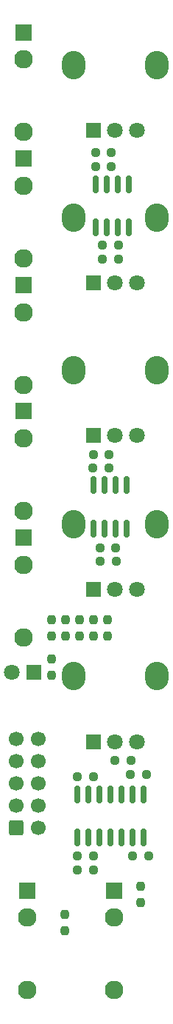
<source format=gbr>
%TF.GenerationSoftware,KiCad,Pcbnew,6.0.11+dfsg-1~bpo11+1*%
%TF.CreationDate,2023-12-01T17:46:12+08:00*%
%TF.ProjectId,MiniAttenuMix v0.3 - Main,4d696e69-4174-4746-956e-754d69782076,v0.3*%
%TF.SameCoordinates,Original*%
%TF.FileFunction,Soldermask,Bot*%
%TF.FilePolarity,Negative*%
%FSLAX46Y46*%
G04 Gerber Fmt 4.6, Leading zero omitted, Abs format (unit mm)*
G04 Created by KiCad (PCBNEW 6.0.11+dfsg-1~bpo11+1) date 2023-12-01 17:46:12*
%MOMM*%
%LPD*%
G01*
G04 APERTURE LIST*
G04 Aperture macros list*
%AMRoundRect*
0 Rectangle with rounded corners*
0 $1 Rounding radius*
0 $2 $3 $4 $5 $6 $7 $8 $9 X,Y pos of 4 corners*
0 Add a 4 corners polygon primitive as box body*
4,1,4,$2,$3,$4,$5,$6,$7,$8,$9,$2,$3,0*
0 Add four circle primitives for the rounded corners*
1,1,$1+$1,$2,$3*
1,1,$1+$1,$4,$5*
1,1,$1+$1,$6,$7*
1,1,$1+$1,$8,$9*
0 Add four rect primitives between the rounded corners*
20,1,$1+$1,$2,$3,$4,$5,0*
20,1,$1+$1,$4,$5,$6,$7,0*
20,1,$1+$1,$6,$7,$8,$9,0*
20,1,$1+$1,$8,$9,$2,$3,0*%
G04 Aperture macros list end*
%ADD10O,2.720000X3.240000*%
%ADD11R,1.800000X1.800000*%
%ADD12C,1.800000*%
%ADD13R,1.930000X1.830000*%
%ADD14C,2.130000*%
%ADD15RoundRect,0.237500X0.250000X0.237500X-0.250000X0.237500X-0.250000X-0.237500X0.250000X-0.237500X0*%
%ADD16RoundRect,0.150000X-0.150000X0.825000X-0.150000X-0.825000X0.150000X-0.825000X0.150000X0.825000X0*%
%ADD17RoundRect,0.237500X-0.250000X-0.237500X0.250000X-0.237500X0.250000X0.237500X-0.250000X0.237500X0*%
%ADD18RoundRect,0.237500X-0.237500X0.250000X-0.237500X-0.250000X0.237500X-0.250000X0.237500X0.250000X0*%
%ADD19RoundRect,0.250000X-0.600000X-0.600000X0.600000X-0.600000X0.600000X0.600000X-0.600000X0.600000X0*%
%ADD20C,1.700000*%
%ADD21RoundRect,0.237500X0.237500X-0.250000X0.237500X0.250000X-0.237500X0.250000X-0.237500X-0.250000X0*%
G04 APERTURE END LIST*
D10*
%TO.C,RV4*%
X159900000Y-95625000D03*
X150300000Y-95625000D03*
D11*
X152600000Y-103125000D03*
D12*
X155100000Y-103125000D03*
X157600000Y-103125000D03*
%TD*%
D13*
%TO.C,OUT_INV1*%
X155000000Y-137550000D03*
D14*
X155000000Y-148950000D03*
X155000000Y-140650000D03*
%TD*%
D11*
%TO.C,D1*%
X145775000Y-112600000D03*
D12*
X143235000Y-112600000D03*
%TD*%
D13*
%TO.C,IN2*%
X144600000Y-53870000D03*
D14*
X144600000Y-65270000D03*
X144600000Y-56970000D03*
%TD*%
D10*
%TO.C,RV1*%
X159900000Y-43125000D03*
X150300000Y-43125000D03*
D11*
X152600000Y-50625000D03*
D12*
X155100000Y-50625000D03*
X157600000Y-50625000D03*
%TD*%
D10*
%TO.C,RV3*%
X159900000Y-78025000D03*
X150300000Y-78025000D03*
D11*
X152600000Y-85525000D03*
D12*
X155100000Y-85525000D03*
X157600000Y-85525000D03*
%TD*%
D10*
%TO.C,RV2*%
X159900000Y-60572800D03*
X150300000Y-60572800D03*
D11*
X152600000Y-68072800D03*
D12*
X155100000Y-68072800D03*
X157600000Y-68072800D03*
%TD*%
D13*
%TO.C,OUT1*%
X145000000Y-137550000D03*
D14*
X145000000Y-148950000D03*
X145000000Y-140650000D03*
%TD*%
D13*
%TO.C,IN3*%
X144600000Y-68300000D03*
D14*
X144600000Y-79700000D03*
X144600000Y-71400000D03*
%TD*%
D13*
%TO.C,IN4*%
X144600000Y-82720000D03*
D14*
X144600000Y-94120000D03*
X144600000Y-85820000D03*
%TD*%
D13*
%TO.C,IN1*%
X144600000Y-39420000D03*
D14*
X144600000Y-50820000D03*
X144600000Y-42520000D03*
%TD*%
D10*
%TO.C,RV5*%
X159900000Y-113025000D03*
X150300000Y-113025000D03*
D11*
X152600000Y-120525000D03*
D12*
X155100000Y-120525000D03*
X157600000Y-120525000D03*
%TD*%
D13*
%TO.C,IN5*%
X144600000Y-97170000D03*
D14*
X144600000Y-108570000D03*
X144600000Y-100270000D03*
%TD*%
D15*
%TO.C,R16*%
X152602500Y-124500000D03*
X150777500Y-124500000D03*
%TD*%
D16*
%TO.C,U1*%
X152890000Y-56774076D03*
X154160000Y-56774076D03*
X155430000Y-56774076D03*
X156700000Y-56774076D03*
X156700000Y-61724076D03*
X155430000Y-61724076D03*
X154160000Y-61724076D03*
X152890000Y-61724076D03*
%TD*%
D15*
%TO.C,R18*%
X152602500Y-133600000D03*
X150777500Y-133600000D03*
%TD*%
D17*
%TO.C,R1*%
X152832500Y-53149076D03*
X154657500Y-53149076D03*
%TD*%
D18*
%TO.C,R11*%
X149400000Y-106587500D03*
X149400000Y-108412500D03*
%TD*%
D15*
%TO.C,R9*%
X155172400Y-98327600D03*
X153347400Y-98327600D03*
%TD*%
D17*
%TO.C,R4*%
X153372400Y-99902600D03*
X155197400Y-99902600D03*
%TD*%
D19*
%TO.C,J1*%
X143697500Y-130330000D03*
D20*
X146237500Y-130330000D03*
X143697500Y-127790000D03*
X146237500Y-127790000D03*
X143697500Y-125250000D03*
X146237500Y-125250000D03*
X143697500Y-122710000D03*
X146237500Y-122710000D03*
X143697500Y-120170000D03*
X146237500Y-120170000D03*
%TD*%
D17*
%TO.C,R17*%
X150777500Y-135200000D03*
X152602500Y-135200000D03*
%TD*%
%TO.C,R22*%
X157097500Y-133590000D03*
X158922500Y-133590000D03*
%TD*%
D15*
%TO.C,R7*%
X155457500Y-63774076D03*
X153632500Y-63774076D03*
%TD*%
D18*
%TO.C,R13*%
X152600000Y-106587500D03*
X152600000Y-108412500D03*
%TD*%
D17*
%TO.C,R3*%
X152587500Y-87652600D03*
X154412500Y-87652600D03*
%TD*%
%TO.C,R10*%
X156877500Y-124300000D03*
X158702500Y-124300000D03*
%TD*%
D18*
%TO.C,R21*%
X149300000Y-140287500D03*
X149300000Y-142112500D03*
%TD*%
D15*
%TO.C,R6*%
X154657500Y-54749076D03*
X152832500Y-54749076D03*
%TD*%
D18*
%TO.C,R12*%
X151000000Y-106587500D03*
X151000000Y-108412500D03*
%TD*%
D15*
%TO.C,R8*%
X154382400Y-89177600D03*
X152557400Y-89177600D03*
%TD*%
D18*
%TO.C,R14*%
X154200000Y-106587500D03*
X154200000Y-108412500D03*
%TD*%
D21*
%TO.C,R19*%
X147828000Y-112926500D03*
X147828000Y-111101500D03*
%TD*%
D16*
%TO.C,U2*%
X152614900Y-91202600D03*
X153884900Y-91202600D03*
X155154900Y-91202600D03*
X156424900Y-91202600D03*
X156424900Y-96152600D03*
X155154900Y-96152600D03*
X153884900Y-96152600D03*
X152614900Y-96152600D03*
%TD*%
D18*
%TO.C,R20*%
X158000000Y-137087500D03*
X158000000Y-138912500D03*
%TD*%
D16*
%TO.C,U3*%
X150780000Y-126550000D03*
X152050000Y-126550000D03*
X153320000Y-126550000D03*
X154590000Y-126550000D03*
X155860000Y-126550000D03*
X157130000Y-126550000D03*
X158400000Y-126550000D03*
X158400000Y-131500000D03*
X157130000Y-131500000D03*
X155860000Y-131500000D03*
X154590000Y-131500000D03*
X153320000Y-131500000D03*
X152050000Y-131500000D03*
X150780000Y-131500000D03*
%TD*%
D18*
%TO.C,R15*%
X147800000Y-106587500D03*
X147800000Y-108412500D03*
%TD*%
D17*
%TO.C,R2*%
X153632500Y-65349076D03*
X155457500Y-65349076D03*
%TD*%
%TO.C,R5*%
X155087500Y-122700000D03*
X156912500Y-122700000D03*
%TD*%
M02*

</source>
